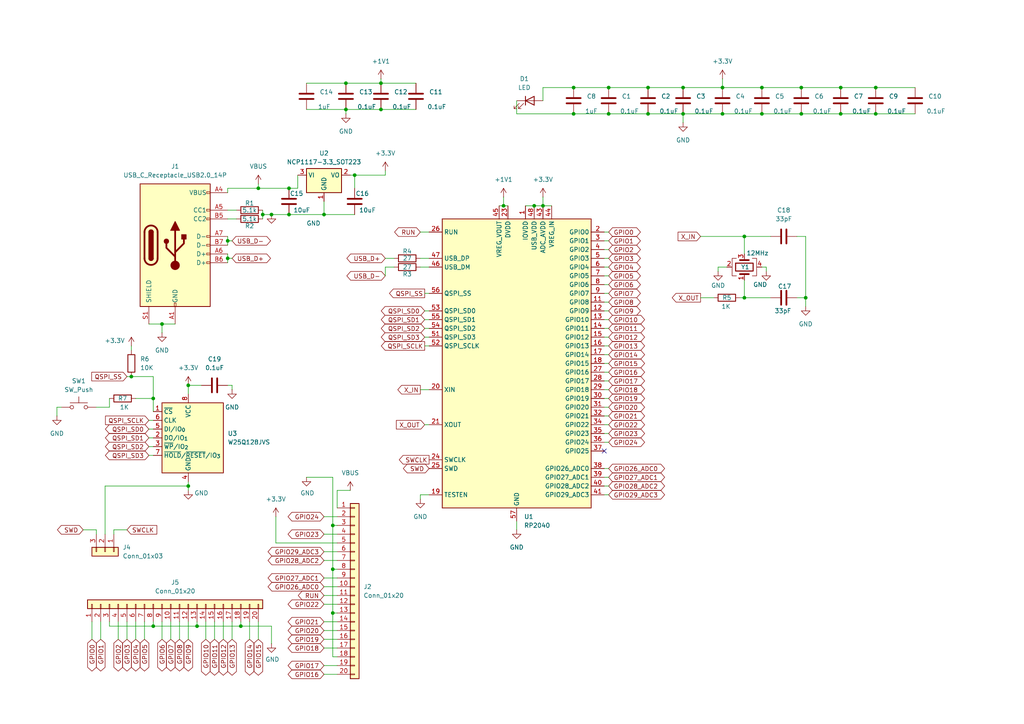
<source format=kicad_sch>
(kicad_sch (version 20250114) (generator "eeschema") (generator_version "9.0")
  (paper "A4")
  (lib_symbols
    (symbol "Connector:USB_C_Receptacle_USB2.0_14P" (pin_names (offset 1.016))
      (property "Reference" "J" (at 0 22.225 0))
      (property "Value" "USB_C_Receptacle_USB2.0_14P" (at 0 19.685 0))
      (symbol "USB_C_Receptacle_USB2.0_14P_1_1"
        (pin passive line (at -7.62 -22.86 90) (length 5.08) (name "SHIELD") (number "S1"))
        (pin passive line (at 0 -22.86 90) (length 5.08) (name "GND") (number "A1"))
        (pin passive line (at 0 -22.86 90) (length 5.08) (hide yes) (name "GND") (number "A12"))
        (pin passive line (at 0 -22.86 90) (length 5.08) (hide yes) (name "GND") (number "B1"))
        (pin passive line (at 0 -22.86 90) (length 5.08) (hide yes) (name "GND") (number "B12"))
        (pin passive line (at 15.24 15.24 180) (length 5.08) (name "VBUS") (number "A4"))
        (pin passive line (at 15.24 15.24 180) (length 5.08) (hide yes) (name "VBUS") (number "A9"))
        (pin passive line (at 15.24 15.24 180) (length 5.08) (hide yes) (name "VBUS") (number "B4"))
        (pin passive line (at 15.24 15.24 180) (length 5.08) (hide yes) (name "VBUS") (number "B9"))
        (pin bidirectional line (at 15.24 10.16 180) (length 5.08) (name "CC1") (number "A5"))
        (pin bidirectional line (at 15.24 7.62 180) (length 5.08) (name "CC2") (number "B5"))
        (pin bidirectional line (at 15.24 2.54 180) (length 5.08) (name "D-") (number "A7"))
        (pin bidirectional line (at 15.24 0 180) (length 5.08) (name "D-") (number "B7"))
        (pin bidirectional line (at 15.24 -2.54 180) (length 5.08) (name "D+") (number "A6"))
        (pin bidirectional line (at 15.24 -5.08 180) (length 5.08) (name "D+") (number "B6"))
      )
    )
    (symbol "Connector_Generic:Conn_01x03" (pin_names (offset 1.016) (hide yes))
      (property "Reference" "J" (at 0 5.08 0))
      (property "Value" "Conn_01x03" (at 0 -5.08 0))
      (symbol "Conn_01x03_1_1"
        (pin passive line (at -5.08 2.54 0) (length 3.81) (name "Pin_1") (number "1"))
        (pin passive line (at -5.08 0 0) (length 3.81) (name "Pin_2") (number "2"))
        (pin passive line (at -5.08 -2.54 0) (length 3.81) (name "Pin_3") (number "3"))
      )
    )
    (symbol "Connector_Generic:Conn_01x20" (pin_names (offset 1.016) (hide yes))
      (property "Reference" "J" (at 0 25.4 0))
      (property "Value" "Conn_01x20" (at 0 -27.94 0))
      (symbol "Conn_01x20_1_1"
        (pin passive line (at -5.08 22.86 0) (length 3.81) (name "Pin_1") (number "1"))
        (pin passive line (at -5.08 20.32 0) (length 3.81) (name "Pin_2") (number "2"))
        (pin passive line (at -5.08 17.78 0) (length 3.81) (name "Pin_3") (number "3"))
        (pin passive line (at -5.08 15.24 0) (length 3.81) (name "Pin_4") (number "4"))
        (pin passive line (at -5.08 12.7 0) (length 3.81) (name "Pin_5") (number "5"))
        (pin passive line (at -5.08 10.16 0) (length 3.81) (name "Pin_6") (number "6"))
        (pin passive line (at -5.08 7.62 0) (length 3.81) (name "Pin_7") (number "7"))
        (pin passive line (at -5.08 5.08 0) (length 3.81) (name "Pin_8") (number "8"))
        (pin passive line (at -5.08 2.54 0) (length 3.81) (name "Pin_9") (number "9"))
        (pin passive line (at -5.08 0 0) (length 3.81) (name "Pin_10") (number "10"))
        (pin passive line (at -5.08 -2.54 0) (length 3.81) (name "Pin_11") (number "11"))
        (pin passive line (at -5.08 -5.08 0) (length 3.81) (name "Pin_12") (number "12"))
        (pin passive line (at -5.08 -7.62 0) (length 3.81) (name "Pin_13") (number "13"))
        (pin passive line (at -5.08 -10.16 0) (length 3.81) (name "Pin_14") (number "14"))
        (pin passive line (at -5.08 -12.7 0) (length 3.81) (name "Pin_15") (number "15"))
        (pin passive line (at -5.08 -15.24 0) (length 3.81) (name "Pin_16") (number "16"))
        (pin passive line (at -5.08 -17.78 0) (length 3.81) (name "Pin_17") (number "17"))
        (pin passive line (at -5.08 -20.32 0) (length 3.81) (name "Pin_18") (number "18"))
        (pin passive line (at -5.08 -22.86 0) (length 3.81) (name "Pin_19") (number "19"))
        (pin passive line (at -5.08 -25.4 0) (length 3.81) (name "Pin_20") (number "20"))
      )
    )
    (symbol "Device:C" (pin_numbers (hide yes)) (pin_names (offset 0.254))
      (property "Reference" "C" (at 0.635 2.54 0))
      (property "Value" "C" (at 0.635 -2.54 0))
      (symbol "C_1_1"
        (pin passive line (at 0 3.81 270) (length 2.794) (name "~") (number "1"))
        (pin passive line (at 0 -3.81 90) (length 2.794) (name "~") (number "2"))
      )
    )
    (symbol "Device:Crystal_GND24" (pin_names (offset 1.016) (hide yes))
      (property "Reference" "Y" (at 3.175 5.08 0))
      (property "Value" "Crystal_GND24" (at 3.175 3.175 0))
      (symbol "Crystal_GND24_1_1"
        (pin passive line (at -3.81 0 0) (length 1.27) (name "1") (number "1"))
        (pin passive line (at 0 5.08 270) (length 1.27) (name "2") (number "2"))
        (pin passive line (at 0 -5.08 90) (length 1.27) (name "4") (number "4"))
        (pin passive line (at 3.81 0 180) (length 1.27) (name "3") (number "3"))
      )
    )
    (symbol "Device:LED" (pin_numbers (hide yes)) (pin_names (offset 1.016) (hide yes))
      (property "Reference" "D" (at 0 2.54 0))
      (property "Value" "LED" (at 0 -2.54 0))
      (symbol "LED_1_1"
        (pin passive line (at -3.81 0 0) (length 2.54) (name "K") (number "1"))
        (pin passive line (at 3.81 0 180) (length 2.54) (name "A") (number "2"))
      )
    )
    (symbol "Device:R" (pin_numbers (hide yes)) (pin_names (offset 0))
      (property "Reference" "R" (at 2.032 0 90))
      (property "Value" "R" (at 0 0 90))
      (symbol "R_1_1"
        (pin passive line (at 0 3.81 270) (length 1.27) (name "~") (number "1"))
        (pin passive line (at 0 -3.81 90) (length 1.27) (name "~") (number "2"))
      )
    )
    (symbol "MCU_RaspberryPi:RP2040"
      (property "Reference" "U" (at 17.78 45.72 0))
      (property "Value" "RP2040" (at 17.78 43.18 0))
      (symbol "RP2040_1_1"
        (pin input line (at -25.4 38.1 0) (length 3.81) (name "RUN") (number "26"))
        (pin bidirectional line (at -25.4 30.48 0) (length 3.81) (name "USB_DP") (number "47"))
        (pin bidirectional line (at -25.4 27.94 0) (length 3.81) (name "USB_DM") (number "46"))
        (pin bidirectional line (at -25.4 20.32 0) (length 3.81) (name "QSPI_SS") (number "56"))
        (pin bidirectional line (at -25.4 15.24 0) (length 3.81) (name "QSPI_SD0") (number "53"))
        (pin bidirectional line (at -25.4 12.7 0) (length 3.81) (name "QSPI_SD1") (number "55"))
        (pin bidirectional line (at -25.4 10.16 0) (length 3.81) (name "QSPI_SD2") (number "54"))
        (pin bidirectional line (at -25.4 7.62 0) (length 3.81) (name "QSPI_SD3") (number "51"))
        (pin output line (at -25.4 5.08 0) (length 3.81) (name "QSPI_SCLK") (number "52"))
        (pin input line (at -25.4 -7.62 0) (length 3.81) (name "XIN") (number "20"))
        (pin passive line (at -25.4 -17.78 0) (length 3.81) (name "XOUT") (number "21"))
        (pin input line (at -25.4 -27.94 0) (length 3.81) (name "SWCLK") (number "24"))
        (pin bidirectional line (at -25.4 -30.48 0) (length 3.81) (name "SWD") (number "25"))
        (pin input line (at -25.4 -38.1 0) (length 3.81) (name "TESTEN") (number "19"))
        (pin power_out line (at -5.08 45.72 270) (length 3.81) (name "VREG_VOUT") (number "45"))
        (pin power_in line (at -2.54 45.72 270) (length 3.81) (name "DVDD") (number "23"))
        (pin passive line (at -2.54 45.72 270) (length 3.81) (hide yes) (name "DVDD") (number "50"))
        (pin power_in line (at 0 -45.72 90) (length 3.81) (name "GND") (number "57"))
        (pin power_in line (at 2.54 45.72 270) (length 3.81) (name "IOVDD") (number "1"))
        (pin passive line (at 2.54 45.72 270) (length 3.81) (hide yes) (name "IOVDD") (number "10"))
        (pin passive line (at 2.54 45.72 270) (length 3.81) (hide yes) (name "IOVDD") (number "22"))
        (pin passive line (at 2.54 45.72 270) (length 3.81) (hide yes) (name "IOVDD") (number "33"))
        (pin passive line (at 2.54 45.72 270) (length 3.81) (hide yes) (name "IOVDD") (number "42"))
        (pin passive line (at 2.54 45.72 270) (length 3.81) (hide yes) (name "IOVDD") (number "49"))
        (pin power_in line (at 5.08 45.72 270) (length 3.81) (name "USB_VDD") (number "48"))
        (pin power_in line (at 7.62 45.72 270) (length 3.81) (name "ADC_AVDD") (number "43"))
        (pin power_in line (at 10.16 45.72 270) (length 3.81) (name "VREG_IN") (number "44"))
        (pin bidirectional line (at 25.4 38.1 180) (length 3.81) (name "GPIO0") (number "2"))
        (pin bidirectional line (at 25.4 35.56 180) (length 3.81) (name "GPIO1") (number "3"))
        (pin bidirectional line (at 25.4 33.02 180) (length 3.81) (name "GPIO2") (number "4"))
        (pin bidirectional line (at 25.4 30.48 180) (length 3.81) (name "GPIO3") (number "5"))
        (pin bidirectional line (at 25.4 27.94 180) (length 3.81) (name "GPIO4") (number "6"))
        (pin bidirectional line (at 25.4 25.4 180) (length 3.81) (name "GPIO5") (number "7"))
        (pin bidirectional line (at 25.4 22.86 180) (length 3.81) (name "GPIO6") (number "8"))
        (pin bidirectional line (at 25.4 20.32 180) (length 3.81) (name "GPIO7") (number "9"))
        (pin bidirectional line (at 25.4 17.78 180) (length 3.81) (name "GPIO8") (number "11"))
        (pin bidirectional line (at 25.4 15.24 180) (length 3.81) (name "GPIO9") (number "12"))
        (pin bidirectional line (at 25.4 12.7 180) (length 3.81) (name "GPIO10") (number "13"))
        (pin bidirectional line (at 25.4 10.16 180) (length 3.81) (name "GPIO11") (number "14"))
        (pin bidirectional line (at 25.4 7.62 180) (length 3.81) (name "GPIO12") (number "15"))
        (pin bidirectional line (at 25.4 5.08 180) (length 3.81) (name "GPIO13") (number "16"))
        (pin bidirectional line (at 25.4 2.54 180) (length 3.81) (name "GPIO14") (number "17"))
        (pin bidirectional line (at 25.4 0 180) (length 3.81) (name "GPIO15") (number "18"))
        (pin bidirectional line (at 25.4 -2.54 180) (length 3.81) (name "GPIO16") (number "27"))
        (pin bidirectional line (at 25.4 -5.08 180) (length 3.81) (name "GPIO17") (number "28"))
        (pin bidirectional line (at 25.4 -7.62 180) (length 3.81) (name "GPIO18") (number "29"))
        (pin bidirectional line (at 25.4 -10.16 180) (length 3.81) (name "GPIO19") (number "30"))
        (pin bidirectional line (at 25.4 -12.7 180) (length 3.81) (name "GPIO20") (number "31"))
        (pin bidirectional line (at 25.4 -15.24 180) (length 3.81) (name "GPIO21") (number "32"))
        (pin bidirectional line (at 25.4 -17.78 180) (length 3.81) (name "GPIO22") (number "34"))
        (pin bidirectional line (at 25.4 -20.32 180) (length 3.81) (name "GPIO23") (number "35"))
        (pin bidirectional line (at 25.4 -22.86 180) (length 3.81) (name "GPIO24") (number "36"))
        (pin bidirectional line (at 25.4 -25.4 180) (length 3.81) (name "GPIO25") (number "37"))
        (pin bidirectional line (at 25.4 -30.48 180) (length 3.81) (name "GPIO26_ADC0") (number "38"))
        (pin bidirectional line (at 25.4 -33.02 180) (length 3.81) (name "GPIO27_ADC1") (number "39"))
        (pin bidirectional line (at 25.4 -35.56 180) (length 3.81) (name "GPIO28_ADC2") (number "40"))
        (pin bidirectional line (at 25.4 -38.1 180) (length 3.81) (name "GPIO29_ADC3") (number "41"))
      )
    )
    (symbol "Memory_Flash:W25Q128JVS"
      (property "Reference" "U" (at -6.35 11.43 0))
      (property "Value" "W25Q128JVS" (at 7.62 11.43 0))
      (symbol "W25Q128JVS_1_1"
        (pin input line (at -10.16 7.62 0) (length 2.54) (name "~{CS}") (number "1"))
        (pin input line (at -10.16 5.08 0) (length 2.54) (name "CLK") (number "6"))
        (pin bidirectional line (at -10.16 2.54 0) (length 2.54) (name "DI/IO_{0}") (number "5"))
        (pin bidirectional line (at -10.16 0 0) (length 2.54) (name "DO/IO_{1}") (number "2"))
        (pin bidirectional line (at -10.16 -2.54 0) (length 2.54) (name "~{WP}/IO_{2}") (number "3"))
        (pin bidirectional line (at -10.16 -5.08 0) (length 2.54) (name "~{HOLD}/~{RESET}/IO_{3}") (number "7"))
        (pin power_in line (at 0 12.7 270) (length 2.54) (name "VCC") (number "8"))
        (pin power_in line (at 0 -12.7 90) (length 2.54) (name "GND") (number "4"))
      )
    )
    (symbol "Regulator_Linear:NCP1117-3.3_SOT223"
      (property "Reference" "U" (at -3.81 3.175 0))
      (property "Value" "NCP1117-3.3_SOT223" (at 0 3.175 0))
      (symbol "NCP1117-3.3_SOT223_1_1"
        (pin power_in line (at -7.62 0 0) (length 2.54) (name "VI") (number "3"))
        (pin power_in line (at 0 -7.62 90) (length 2.54) (name "GND") (number "1"))
        (pin power_out line (at 7.62 0 180) (length 2.54) (name "VO") (number "2"))
      )
    )
    (symbol "Switch:SW_Push" (pin_numbers (hide yes)) (pin_names (offset 1.016) (hide yes))
      (property "Reference" "SW" (at 1.27 2.54 0))
      (property "Value" "SW_Push" (at 0 -1.524 0))
      (symbol "SW_Push_0_1"
        (pin passive line (at -5.08 0 0) (length 2.54) (name "1") (number "1"))
        (pin passive line (at 5.08 0 180) (length 2.54) (name "2") (number "2"))
      )
    )
    (symbol "power:+1V1" (power) (pin_numbers (hide yes)) (pin_names (offset 0) (hide yes))
      (property "Value" "+1V1" (at 0 3.556 0))
      (symbol "+1V1_1_1"
        (pin power_in line (at 0 0 90) (length 0) (name "~") (number "1"))
      )
    )
    (symbol "power:+3.3V" (power) (pin_numbers (hide yes)) (pin_names (offset 0) (hide yes))
      (property "Value" "+3.3V" (at 0 3.556 0))
      (symbol "+3.3V_1_1"
        (pin power_in line (at 0 0 90) (length 0) (name "~") (number "1"))
      )
    )
    (symbol "power:GND" (power) (pin_numbers (hide yes)) (pin_names (offset 0) (hide yes))
      (property "Value" "GND" (at 0 -3.81 0))
      (symbol "GND_1_1"
        (pin power_in line (at 0 0 270) (length 0) (name "~") (number "1"))
      )
    )
    (symbol "power:VBUS" (power) (pin_numbers (hide yes)) (pin_names (offset 0) (hide yes))
      (property "Value" "VBUS" (at 0 3.556 0))
      (symbol "VBUS_1_1"
        (pin power_in line (at 0 0 90) (length 0) (name "~") (number "1"))
      )
    )
  )
  (junction (at 102.87 50.8))
  (junction (at 110.49 31.75))
  (junction (at 166.37 25.4))
  (junction (at 74.93 54.61))
  (junction (at 83.82 54.61))
  (junction (at 83.82 62.23))
  (junction (at 187.96 25.4))
  (junction (at 93.98 62.23))
  (junction (at 96.52 177.8))
  (junction (at 100.33 31.75))
  (junction (at 157.48 59.69))
  (junction (at 209.55 25.4))
  (junction (at 166.37 33.02))
  (junction (at 78.74 62.23))
  (junction (at 96.52 152.4))
  (junction (at 146.05 59.69))
  (junction (at 254 25.4))
  (junction (at 209.55 33.02))
  (junction (at 187.96 33.02))
  (junction (at 69.85 181.61))
  (junction (at 66.04 69.85))
  (junction (at 46.99 93.98))
  (junction (at 176.53 25.4))
  (junction (at 198.12 25.4))
  (junction (at 176.53 33.02))
  (junction (at 154.94 59.69))
  (junction (at 220.98 25.4))
  (junction (at 232.41 25.4))
  (junction (at 254 33.02))
  (junction (at 66.04 74.93))
  (junction (at 100.33 24.13))
  (junction (at 198.12 33.02))
  (junction (at 215.9 68.58))
  (junction (at 54.61 140.97))
  (junction (at 243.84 25.4))
  (junction (at 44.45 115.57))
  (junction (at 110.49 24.13))
  (junction (at 96.52 165.1))
  (junction (at 54.61 111.76))
  (junction (at 233.68 86.36))
  (junction (at 232.41 33.02))
  (junction (at 57.15 181.61))
  (junction (at 215.9 86.36))
  (junction (at 76.2 62.23))
  (junction (at 38.1 109.22))
  (junction (at 243.84 33.02))
  (junction (at 44.45 181.61))
  (junction (at 220.98 33.02))
  (no_connect (at 175.26 130.81))
  (wire (pts (xy 232.41 25.4) (xy 243.84 25.4)))
  (wire (pts (xy 198.12 25.4) (xy 209.55 25.4)))
  (wire (pts (xy 54.61 111.76) (xy 58.42 111.76)))
  (wire (pts (xy 34.29 180.34) (xy 34.29 185.42)))
  (wire (pts (xy 96.52 152.4) (xy 96.52 138.43)))
  (wire (pts (xy 93.98 170.18) (xy 97.79 170.18)))
  (wire (pts (xy 27.94 153.67) (xy 27.94 154.94)))
  (wire (pts (xy 67.31 113.03) (xy 67.31 111.76)))
  (wire (pts (xy 100.33 31.75) (xy 110.49 31.75)))
  (wire (pts (xy 166.37 33.02) (xy 176.53 33.02)))
  (wire (pts (xy 54.61 140.97) (xy 54.61 142.24)))
  (wire (pts (xy 74.93 180.34) (xy 74.93 185.42)))
  (wire (pts (xy 203.2 86.36) (xy 207.01 86.36)))
  (wire (pts (xy 80.01 157.48) (xy 80.01 149.86)))
  (wire (pts (xy 175.26 118.11) (xy 176.53 118.11)))
  (wire (pts (xy 123.19 123.19) (xy 124.46 123.19)))
  (wire (pts (xy 36.83 109.22) (xy 38.1 109.22)))
  (wire (pts (xy 220.98 33.02) (xy 232.41 33.02)))
  (wire (pts (xy 67.31 111.76) (xy 66.04 111.76)))
  (wire (pts (xy 96.52 138.43) (xy 88.9 138.43)))
  (wire (pts (xy 66.04 69.85) (xy 66.04 71.12)))
  (wire (pts (xy 232.41 33.02) (xy 243.84 33.02)))
  (wire (pts (xy 149.86 151.13) (xy 149.86 153.67)))
  (wire (pts (xy 54.61 111.76) (xy 54.61 114.3)))
  (wire (pts (xy 76.2 60.96) (xy 76.2 62.23)))
  (wire (pts (xy 198.12 33.02) (xy 198.12 35.56)))
  (wire (pts (xy 208.28 77.47) (xy 210.82 77.47)))
  (wire (pts (xy 30.48 154.94) (xy 30.48 140.97)))
  (wire (pts (xy 69.85 180.34) (xy 69.85 181.61)))
  (wire (pts (xy 203.2 68.58) (xy 215.9 68.58)))
  (wire (pts (xy 76.2 62.23) (xy 78.74 62.23)))
  (wire (pts (xy 16.51 118.11) (xy 17.78 118.11)))
  (wire (pts (xy 101.6 50.8) (xy 102.87 50.8)))
  (wire (pts (xy 175.26 143.51) (xy 176.53 143.51)))
  (wire (pts (xy 146.05 59.69) (xy 147.32 59.69)))
  (wire (pts (xy 30.48 140.97) (xy 54.61 140.97)))
  (wire (pts (xy 100.33 24.13) (xy 110.49 24.13)))
  (wire (pts (xy 66.04 60.96) (xy 68.58 60.96)))
  (wire (pts (xy 110.49 24.13) (xy 120.65 24.13)))
  (wire (pts (xy 66.04 63.5) (xy 68.58 63.5)))
  (wire (pts (xy 86.36 54.61) (xy 86.36 50.8)))
  (wire (pts (xy 175.26 138.43) (xy 176.53 138.43)))
  (wire (pts (xy 97.79 190.5) (xy 96.52 190.5)))
  (wire (pts (xy 31.75 181.61) (xy 44.45 181.61)))
  (wire (pts (xy 39.37 180.34) (xy 39.37 185.42)))
  (wire (pts (xy 24.13 153.67) (xy 27.94 153.67)))
  (wire (pts (xy 243.84 25.4) (xy 254 25.4)))
  (wire (pts (xy 83.82 54.61) (xy 86.36 54.61)))
  (wire (pts (xy 46.99 93.98) (xy 50.8 93.98)))
  (wire (pts (xy 97.79 142.24) (xy 101.6 142.24)))
  (wire (pts (xy 78.74 62.23) (xy 83.82 62.23)))
  (wire (pts (xy 157.48 57.15) (xy 157.48 59.69)))
  (wire (pts (xy 175.26 80.01) (xy 176.53 80.01)))
  (wire (pts (xy 209.55 25.4) (xy 220.98 25.4)))
  (wire (pts (xy 215.9 68.58) (xy 215.9 73.66)))
  (wire (pts (xy 67.31 180.34) (xy 67.31 185.42)))
  (wire (pts (xy 39.37 115.57) (xy 44.45 115.57)))
  (wire (pts (xy 146.05 57.15) (xy 146.05 59.69)))
  (wire (pts (xy 114.3 77.47) (xy 111.76 77.47)))
  (wire (pts (xy 44.45 181.61) (xy 57.15 181.61)))
  (wire (pts (xy 59.69 180.34) (xy 59.69 185.42)))
  (wire (pts (xy 175.26 90.17) (xy 176.53 90.17)))
  (wire (pts (xy 254 33.02) (xy 265.43 33.02)))
  (wire (pts (xy 175.26 107.95) (xy 176.53 107.95)))
  (wire (pts (xy 96.52 190.5) (xy 96.52 177.8)))
  (wire (pts (xy 154.94 59.69) (xy 157.48 59.69)))
  (wire (pts (xy 43.18 132.08) (xy 44.45 132.08)))
  (wire (pts (xy 215.9 86.36) (xy 214.63 86.36)))
  (wire (pts (xy 62.23 180.34) (xy 62.23 185.42)))
  (wire (pts (xy 96.52 152.4) (xy 97.79 152.4)))
  (wire (pts (xy 175.26 115.57) (xy 176.53 115.57)))
  (wire (pts (xy 175.26 87.63) (xy 176.53 87.63)))
  (wire (pts (xy 26.67 180.34) (xy 26.67 185.42)))
  (wire (pts (xy 175.26 135.89) (xy 176.53 135.89)))
  (wire (pts (xy 123.19 85.09) (xy 124.46 85.09)))
  (wire (pts (xy 121.92 67.31) (xy 124.46 67.31)))
  (wire (pts (xy 93.98 175.26) (xy 97.79 175.26)))
  (wire (pts (xy 96.52 165.1) (xy 96.52 152.4)))
  (wire (pts (xy 93.98 167.64) (xy 97.79 167.64)))
  (wire (pts (xy 222.25 78.74) (xy 222.25 77.47)))
  (wire (pts (xy 66.04 74.93) (xy 67.31 74.93)))
  (wire (pts (xy 76.2 62.23) (xy 76.2 63.5)))
  (wire (pts (xy 215.9 81.28) (xy 215.9 86.36)))
  (wire (pts (xy 176.53 33.02) (xy 187.96 33.02)))
  (wire (pts (xy 31.75 115.57) (xy 31.75 118.11)))
  (wire (pts (xy 175.26 85.09) (xy 176.53 85.09)))
  (wire (pts (xy 123.19 92.71) (xy 124.46 92.71)))
  (wire (pts (xy 16.51 120.65) (xy 16.51 118.11)))
  (wire (pts (xy 175.26 82.55) (xy 176.53 82.55)))
  (wire (pts (xy 215.9 68.58) (xy 223.52 68.58)))
  (wire (pts (xy 175.26 77.47) (xy 176.53 77.47)))
  (wire (pts (xy 175.26 102.87) (xy 176.53 102.87)))
  (wire (pts (xy 41.91 180.34) (xy 41.91 185.42)))
  (wire (pts (xy 74.93 53.34) (xy 74.93 54.61)))
  (wire (pts (xy 43.18 93.98) (xy 46.99 93.98)))
  (wire (pts (xy 43.18 129.54) (xy 44.45 129.54)))
  (wire (pts (xy 231.14 68.58) (xy 233.68 68.58)))
  (wire (pts (xy 111.76 77.47) (xy 111.76 80.01)))
  (wire (pts (xy 233.68 86.36) (xy 231.14 86.36)))
  (wire (pts (xy 49.53 180.34) (xy 49.53 185.42)))
  (wire (pts (xy 44.45 115.57) (xy 44.45 119.38)))
  (wire (pts (xy 121.92 77.47) (xy 124.46 77.47)))
  (wire (pts (xy 157.48 25.4) (xy 157.48 29.21)))
  (wire (pts (xy 222.25 77.47) (xy 220.98 77.47)))
  (wire (pts (xy 175.26 100.33) (xy 176.53 100.33)))
  (wire (pts (xy 175.26 105.41) (xy 176.53 105.41)))
  (wire (pts (xy 220.98 25.4) (xy 232.41 25.4)))
  (wire (pts (xy 93.98 162.56) (xy 97.79 162.56)))
  (wire (pts (xy 175.26 95.25) (xy 176.53 95.25)))
  (wire (pts (xy 93.98 58.42) (xy 93.98 62.23)))
  (wire (pts (xy 88.9 31.75) (xy 100.33 31.75)))
  (wire (pts (xy 123.19 90.17) (xy 124.46 90.17)))
  (wire (pts (xy 52.07 180.34) (xy 52.07 185.42)))
  (wire (pts (xy 54.61 139.7) (xy 54.61 140.97)))
  (wire (pts (xy 69.85 181.61) (xy 78.74 181.61)))
  (wire (pts (xy 74.93 54.61) (xy 83.82 54.61)))
  (wire (pts (xy 66.04 74.93) (xy 66.04 76.2)))
  (wire (pts (xy 93.98 182.88) (xy 97.79 182.88)))
  (wire (pts (xy 31.75 180.34) (xy 31.75 181.61)))
  (wire (pts (xy 31.75 118.11) (xy 27.94 118.11)))
  (wire (pts (xy 175.26 125.73) (xy 176.53 125.73)))
  (wire (pts (xy 123.19 97.79) (xy 124.46 97.79)))
  (wire (pts (xy 121.92 74.93) (xy 124.46 74.93)))
  (wire (pts (xy 93.98 185.42) (xy 97.79 185.42)))
  (wire (pts (xy 102.87 50.8) (xy 102.87 54.61)))
  (wire (pts (xy 97.79 157.48) (xy 80.01 157.48)))
  (wire (pts (xy 96.52 177.8) (xy 97.79 177.8)))
  (wire (pts (xy 44.45 109.22) (xy 44.45 115.57)))
  (wire (pts (xy 243.84 33.02) (xy 254 33.02)))
  (wire (pts (xy 175.26 74.93) (xy 176.53 74.93)))
  (wire (pts (xy 66.04 55.88) (xy 66.04 54.61)))
  (wire (pts (xy 93.98 160.02) (xy 97.79 160.02)))
  (wire (pts (xy 110.49 22.86) (xy 110.49 24.13)))
  (wire (pts (xy 175.26 120.65) (xy 176.53 120.65)))
  (wire (pts (xy 57.15 180.34) (xy 57.15 181.61)))
  (wire (pts (xy 209.55 22.86) (xy 209.55 25.4)))
  (wire (pts (xy 66.04 68.58) (xy 66.04 69.85)))
  (wire (pts (xy 121.92 143.51) (xy 121.92 144.78)))
  (wire (pts (xy 175.26 110.49) (xy 176.53 110.49)))
  (wire (pts (xy 83.82 62.23) (xy 93.98 62.23)))
  (wire (pts (xy 124.46 143.51) (xy 121.92 143.51)))
  (wire (pts (xy 93.98 149.86) (xy 97.79 149.86)))
  (wire (pts (xy 36.83 153.67) (xy 33.02 153.67)))
  (wire (pts (xy 38.1 109.22) (xy 44.45 109.22)))
  (wire (pts (xy 152.4 59.69) (xy 154.94 59.69)))
  (wire (pts (xy 64.77 180.34) (xy 64.77 185.42)))
  (wire (pts (xy 93.98 62.23) (xy 102.87 62.23)))
  (wire (pts (xy 88.9 24.13) (xy 100.33 24.13)))
  (wire (pts (xy 175.26 123.19) (xy 176.53 123.19)))
  (wire (pts (xy 254 25.4) (xy 265.43 25.4)))
  (wire (pts (xy 157.48 59.69) (xy 160.02 59.69)))
  (wire (pts (xy 72.39 180.34) (xy 72.39 185.42)))
  (wire (pts (xy 38.1 100.33) (xy 38.1 101.6)))
  (wire (pts (xy 29.21 180.34) (xy 29.21 185.42)))
  (wire (pts (xy 123.19 100.33) (xy 124.46 100.33)))
  (wire (pts (xy 93.98 154.94) (xy 97.79 154.94)))
  (wire (pts (xy 97.79 147.32) (xy 97.79 142.24)))
  (wire (pts (xy 102.87 50.8) (xy 111.76 50.8)))
  (wire (pts (xy 187.96 25.4) (xy 198.12 25.4)))
  (wire (pts (xy 66.04 73.66) (xy 66.04 74.93)))
  (wire (pts (xy 54.61 180.34) (xy 54.61 185.42)))
  (wire (pts (xy 93.98 180.34) (xy 97.79 180.34)))
  (wire (pts (xy 66.04 69.85) (xy 67.31 69.85)))
  (wire (pts (xy 208.28 78.74) (xy 208.28 77.47)))
  (wire (pts (xy 175.26 97.79) (xy 176.53 97.79)))
  (wire (pts (xy 175.26 140.97) (xy 176.53 140.97)))
  (wire (pts (xy 166.37 25.4) (xy 176.53 25.4)))
  (wire (pts (xy 144.78 59.69) (xy 146.05 59.69)))
  (wire (pts (xy 96.52 177.8) (xy 96.52 165.1)))
  (wire (pts (xy 93.98 193.04) (xy 97.79 193.04)))
  (wire (pts (xy 175.26 72.39) (xy 176.53 72.39)))
  (wire (pts (xy 175.26 128.27) (xy 176.53 128.27)))
  (wire (pts (xy 166.37 33.02) (xy 149.86 33.02)))
  (wire (pts (xy 111.76 74.93) (xy 114.3 74.93)))
  (wire (pts (xy 149.86 33.02) (xy 149.86 29.21)))
  (wire (pts (xy 43.18 127) (xy 44.45 127)))
  (wire (pts (xy 43.18 124.46) (xy 44.45 124.46)))
  (wire (pts (xy 123.19 95.25) (xy 124.46 95.25)))
  (wire (pts (xy 215.9 86.36) (xy 223.52 86.36)))
  (wire (pts (xy 57.15 181.61) (xy 69.85 181.61)))
  (wire (pts (xy 121.92 113.03) (xy 124.46 113.03)))
  (wire (pts (xy 209.55 33.02) (xy 220.98 33.02)))
  (wire (pts (xy 233.68 88.9) (xy 233.68 86.36)))
  (wire (pts (xy 187.96 33.02) (xy 198.12 33.02)))
  (wire (pts (xy 78.74 181.61) (xy 78.74 186.69)))
  (wire (pts (xy 176.53 25.4) (xy 187.96 25.4)))
  (wire (pts (xy 93.98 172.72) (xy 97.79 172.72)))
  (wire (pts (xy 110.49 31.75) (xy 120.65 31.75)))
  (wire (pts (xy 233.68 68.58) (xy 233.68 86.36)))
  (wire (pts (xy 175.26 67.31) (xy 176.53 67.31)))
  (wire (pts (xy 166.37 25.4) (xy 157.48 25.4)))
  (wire (pts (xy 66.04 54.61) (xy 74.93 54.61)))
  (wire (pts (xy 33.02 153.67) (xy 33.02 154.94)))
  (wire (pts (xy 46.99 93.98) (xy 46.99 96.52)))
  (wire (pts (xy 44.45 180.34) (xy 44.45 181.61)))
  (wire (pts (xy 93.98 195.58) (xy 97.79 195.58)))
  (wire (pts (xy 96.52 165.1) (xy 97.79 165.1)))
  (wire (pts (xy 36.83 180.34) (xy 36.83 185.42)))
  (wire (pts (xy 93.98 187.96) (xy 97.79 187.96)))
  (wire (pts (xy 111.76 50.8) (xy 111.76 49.53)))
  (wire (pts (xy 175.26 92.71) (xy 176.53 92.71)))
  (wire (pts (xy 100.33 31.75) (xy 100.33 33.02)))
  (wire (pts (xy 175.26 69.85) (xy 176.53 69.85)))
  (wire (pts (xy 46.99 180.34) (xy 46.99 185.42)))
  (wire (pts (xy 198.12 33.02) (xy 209.55 33.02)))
  (wire (pts (xy 175.26 113.03) (xy 176.53 113.03)))
  (wire (pts (xy 43.18 121.92) (xy 44.45 121.92)))
  (global_label "QSPI_SCLK" (shape input) (at 43.18 121.92 180) (property "Intersheetrefs" "${INTERSHEET_REFS}" (effects (hide yes))))
  (global_label "GPIO19" (shape bidirectional) (at 176.53 115.57 0) (property "Intersheetrefs" "${INTERSHEET_REFS}" (effects (hide yes))))
  (global_label "GPIO19" (shape bidirectional) (at 93.98 185.42 180) (property "Intersheetrefs" "${INTERSHEET_REFS}" (effects (hide yes))))
  (global_label "GPIO13" (shape bidirectional) (at 67.31 185.42 270) (property "Intersheetrefs" "${INTERSHEET_REFS}" (effects (hide yes))))
  (global_label "GPIO26_ADC0" (shape bidirectional) (at 176.53 135.89 0) (property "Intersheetrefs" "${INTERSHEET_REFS}" (effects (hide yes))))
  (global_label "GPIO28_ADC2" (shape bidirectional) (at 176.53 140.97 0) (property "Intersheetrefs" "${INTERSHEET_REFS}" (effects (hide yes))))
  (global_label "GPIO21" (shape bidirectional) (at 93.98 180.34 180) (property "Intersheetrefs" "${INTERSHEET_REFS}" (effects (hide yes))))
  (global_label "GPIO14" (shape bidirectional) (at 72.39 185.42 270) (property "Intersheetrefs" "${INTERSHEET_REFS}" (effects (hide yes))))
  (global_label "USB_D+" (shape bidirectional) (at 111.76 74.93 180) (property "Intersheetrefs" "${INTERSHEET_REFS}" (effects (hide yes))))
  (global_label "GPIO11" (shape bidirectional) (at 176.53 95.25 0) (property "Intersheetrefs" "${INTERSHEET_REFS}" (effects (hide yes))))
  (global_label "GPIO10" (shape bidirectional) (at 176.53 92.71 0) (property "Intersheetrefs" "${INTERSHEET_REFS}" (effects (hide yes))))
  (global_label "GPIO22" (shape bidirectional) (at 176.53 123.19 0) (property "Intersheetrefs" "${INTERSHEET_REFS}" (effects (hide yes))))
  (global_label "GPIO20" (shape bidirectional) (at 176.53 118.11 0) (property "Intersheetrefs" "${INTERSHEET_REFS}" (effects (hide yes))))
  (global_label "GPIO22" (shape bidirectional) (at 93.98 175.26 180) (property "Intersheetrefs" "${INTERSHEET_REFS}" (effects (hide yes))))
  (global_label "QSPI_SCLK" (shape output) (at 123.19 100.33 180) (property "Intersheetrefs" "${INTERSHEET_REFS}" (effects (hide yes))))
  (global_label "QSPI_SD2" (shape bidirectional) (at 43.18 129.54 180) (property "Intersheetrefs" "${INTERSHEET_REFS}" (effects (hide yes))))
  (global_label "QSPI_SD3" (shape bidirectional) (at 43.18 132.08 180) (property "Intersheetrefs" "${INTERSHEET_REFS}" (effects (hide yes))))
  (global_label "QSPI_SD0" (shape bidirectional) (at 123.19 90.17 180) (property "Intersheetrefs" "${INTERSHEET_REFS}" (effects (hide yes))))
  (global_label "GPIO7" (shape bidirectional) (at 49.53 185.42 270) (property "Intersheetrefs" "${INTERSHEET_REFS}" (effects (hide yes))))
  (global_label "GPIO4" (shape bidirectional) (at 176.53 77.47 0) (property "Intersheetrefs" "${INTERSHEET_REFS}" (effects (hide yes))))
  (global_label "GPIO11" (shape bidirectional) (at 62.23 185.42 270) (property "Intersheetrefs" "${INTERSHEET_REFS}" (effects (hide yes))))
  (global_label "GPIO13" (shape bidirectional) (at 176.53 100.33 0) (property "Intersheetrefs" "${INTERSHEET_REFS}" (effects (hide yes))))
  (global_label "SWCLK" (shape input) (at 36.83 153.67 0) (property "Intersheetrefs" "${INTERSHEET_REFS}" (effects (hide yes))))
  (global_label "USB_D-" (shape bidirectional) (at 111.76 80.01 180) (property "Intersheetrefs" "${INTERSHEET_REFS}" (effects (hide yes))))
  (global_label "GPIO7" (shape bidirectional) (at 176.53 85.09 0) (property "Intersheetrefs" "${INTERSHEET_REFS}" (effects (hide yes))))
  (global_label "GPIO14" (shape bidirectional) (at 176.53 102.87 0) (property "Intersheetrefs" "${INTERSHEET_REFS}" (effects (hide yes))))
  (global_label "GPIO0" (shape bidirectional) (at 26.67 185.42 270) (property "Intersheetrefs" "${INTERSHEET_REFS}" (effects (hide yes))))
  (global_label "GPIO24" (shape bidirectional) (at 176.53 128.27 0) (property "Intersheetrefs" "${INTERSHEET_REFS}" (effects (hide yes))))
  (global_label "GPIO4" (shape bidirectional) (at 39.37 185.42 270) (property "Intersheetrefs" "${INTERSHEET_REFS}" (effects (hide yes))))
  (global_label "GPIO18" (shape bidirectional) (at 93.98 187.96 180) (property "Intersheetrefs" "${INTERSHEET_REFS}" (effects (hide yes))))
  (global_label "QSPI_SD0" (shape bidirectional) (at 43.18 124.46 180) (property "Intersheetrefs" "${INTERSHEET_REFS}" (effects (hide yes))))
  (global_label "GPIO18" (shape bidirectional) (at 176.53 113.03 0) (property "Intersheetrefs" "${INTERSHEET_REFS}" (effects (hide yes))))
  (global_label "GPIO2" (shape bidirectional) (at 176.53 72.39 0) (property "Intersheetrefs" "${INTERSHEET_REFS}" (effects (hide yes))))
  (global_label "GPIO3" (shape bidirectional) (at 36.83 185.42 270) (property "Intersheetrefs" "${INTERSHEET_REFS}" (effects (hide yes))))
  (global_label "GPIO27_ADC1" (shape bidirectional) (at 93.98 167.64 180) (property "Intersheetrefs" "${INTERSHEET_REFS}" (effects (hide yes))))
  (global_label "SWCLK" (shape output) (at 124.46 133.35 180) (property "Intersheetrefs" "${INTERSHEET_REFS}" (effects (hide yes))))
  (global_label "GPIO16" (shape bidirectional) (at 176.53 107.95 0) (property "Intersheetrefs" "${INTERSHEET_REFS}" (effects (hide yes))))
  (global_label "QSPI_SD2" (shape bidirectional) (at 123.19 95.25 180) (property "Intersheetrefs" "${INTERSHEET_REFS}" (effects (hide yes))))
  (global_label "GPIO5" (shape bidirectional) (at 41.91 185.42 270) (property "Intersheetrefs" "${INTERSHEET_REFS}" (effects (hide yes))))
  (global_label "GPIO17" (shape bidirectional) (at 176.53 110.49 0) (property "Intersheetrefs" "${INTERSHEET_REFS}" (effects (hide yes))))
  (global_label "GPIO6" (shape bidirectional) (at 46.99 185.42 270) (property "Intersheetrefs" "${INTERSHEET_REFS}" (effects (hide yes))))
  (global_label "SWD" (shape bidirectional) (at 124.46 135.89 180) (property "Intersheetrefs" "${INTERSHEET_REFS}" (effects (hide yes))))
  (global_label "GPIO1" (shape bidirectional) (at 29.21 185.42 270) (property "Intersheetrefs" "${INTERSHEET_REFS}" (effects (hide yes))))
  (global_label "GPIO1" (shape bidirectional) (at 176.53 69.85 0) (property "Intersheetrefs" "${INTERSHEET_REFS}" (effects (hide yes))))
  (global_label "QSPI_SS" (shape input) (at 36.83 109.22 180) (property "Intersheetrefs" "${INTERSHEET_REFS}" (effects (hide yes))))
  (global_label "GPIO28_ADC2" (shape bidirectional) (at 93.98 162.56 180) (property "Intersheetrefs" "${INTERSHEET_REFS}" (effects (hide yes))))
  (global_label "GPIO12" (shape bidirectional) (at 176.53 97.79 0) (property "Intersheetrefs" "${INTERSHEET_REFS}" (effects (hide yes))))
  (global_label "X_IN" (shape input) (at 203.2 68.58 180) (property "Intersheetrefs" "${INTERSHEET_REFS}" (effects (hide yes))))
  (global_label "GPIO15" (shape bidirectional) (at 74.93 185.42 270) (property "Intersheetrefs" "${INTERSHEET_REFS}" (effects (hide yes))))
  (global_label "RUN" (shape bidirectional) (at 93.98 172.72 180) (property "Intersheetrefs" "${INTERSHEET_REFS}" (effects (hide yes))))
  (global_label "GPIO26_ADC0" (shape bidirectional) (at 93.98 170.18 180) (property "Intersheetrefs" "${INTERSHEET_REFS}" (effects (hide yes))))
  (global_label "X_IN" (shape output) (at 121.92 113.03 180) (property "Intersheetrefs" "${INTERSHEET_REFS}" (effects (hide yes))))
  (global_label "GPIO9" (shape bidirectional) (at 54.61 185.42 270) (property "Intersheetrefs" "${INTERSHEET_REFS}" (effects (hide yes))))
  (global_label "GPIO21" (shape bidirectional) (at 176.53 120.65 0) (property "Intersheetrefs" "${INTERSHEET_REFS}" (effects (hide yes))))
  (global_label "GPIO2" (shape bidirectional) (at 34.29 185.42 270) (property "Intersheetrefs" "${INTERSHEET_REFS}" (effects (hide yes))))
  (global_label "RUN" (shape bidirectional) (at 121.92 67.31 180) (property "Intersheetrefs" "${INTERSHEET_REFS}" (effects (hide yes))))
  (global_label "GPIO3" (shape bidirectional) (at 176.53 74.93 0) (property "Intersheetrefs" "${INTERSHEET_REFS}" (effects (hide yes))))
  (global_label "QSPI_SS" (shape output) (at 123.19 85.09 180) (property "Intersheetrefs" "${INTERSHEET_REFS}" (effects (hide yes))))
  (global_label "QSPI_SD3" (shape bidirectional) (at 123.19 97.79 180) (property "Intersheetrefs" "${INTERSHEET_REFS}" (effects (hide yes))))
  (global_label "X_OUT" (shape output) (at 203.2 86.36 180) (property "Intersheetrefs" "${INTERSHEET_REFS}" (effects (hide yes))))
  (global_label "GPIO12" (shape bidirectional) (at 64.77 185.42 270) (property "Intersheetrefs" "${INTERSHEET_REFS}" (effects (hide yes))))
  (global_label "GPIO9" (shape bidirectional) (at 176.53 90.17 0) (property "Intersheetrefs" "${INTERSHEET_REFS}" (effects (hide yes))))
  (global_label "GPIO16" (shape bidirectional) (at 93.98 195.58 180) (property "Intersheetrefs" "${INTERSHEET_REFS}" (effects (hide yes))))
  (global_label "GPIO29_ADC3" (shape bidirectional) (at 176.53 143.51 0) (property "Intersheetrefs" "${INTERSHEET_REFS}" (effects (hide yes))))
  (global_label "GPIO15" (shape bidirectional) (at 176.53 105.41 0) (property "Intersheetrefs" "${INTERSHEET_REFS}" (effects (hide yes))))
  (global_label "GPIO0" (shape bidirectional) (at 176.53 67.31 0) (property "Intersheetrefs" "${INTERSHEET_REFS}" (effects (hide yes))))
  (global_label "QSPI_SD1" (shape bidirectional) (at 123.19 92.71 180) (property "Intersheetrefs" "${INTERSHEET_REFS}" (effects (hide yes))))
  (global_label "GPIO23" (shape bidirectional) (at 93.98 154.94 180) (property "Intersheetrefs" "${INTERSHEET_REFS}" (effects (hide yes))))
  (global_label "GPIO5" (shape bidirectional) (at 176.53 80.01 0) (property "Intersheetrefs" "${INTERSHEET_REFS}" (effects (hide yes))))
  (global_label "GPIO6" (shape bidirectional) (at 176.53 82.55 0) (property "Intersheetrefs" "${INTERSHEET_REFS}" (effects (hide yes))))
  (global_label "GPIO23" (shape bidirectional) (at 176.53 125.73 0) (property "Intersheetrefs" "${INTERSHEET_REFS}" (effects (hide yes))))
  (global_label "GPIO8" (shape bidirectional) (at 176.53 87.63 0) (property "Intersheetrefs" "${INTERSHEET_REFS}" (effects (hide yes))))
  (global_label "X_OUT" (shape input) (at 123.19 123.19 180) (property "Intersheetrefs" "${INTERSHEET_REFS}" (effects (hide yes))))
  (global_label "GPIO8" (shape bidirectional) (at 52.07 185.42 270) (property "Intersheetrefs" "${INTERSHEET_REFS}" (effects (hide yes))))
  (global_label "SWD" (shape bidirectional) (at 24.13 153.67 180) (property "Intersheetrefs" "${INTERSHEET_REFS}" (effects (hide yes))))
  (global_label "USB_D+" (shape bidirectional) (at 67.31 74.93 0) (property "Intersheetrefs" "${INTERSHEET_REFS}" (effects (hide yes))))
  (global_label "GPIO20" (shape bidirectional) (at 93.98 182.88 180) (property "Intersheetrefs" "${INTERSHEET_REFS}" (effects (hide yes))))
  (global_label "GPIO17" (shape bidirectional) (at 93.98 193.04 180) (property "Intersheetrefs" "${INTERSHEET_REFS}" (effects (hide yes))))
  (global_label "GPIO29_ADC3" (shape bidirectional) (at 93.98 160.02 180) (property "Intersheetrefs" "${INTERSHEET_REFS}" (effects (hide yes))))
  (global_label "USB_D-" (shape bidirectional) (at 67.31 69.85 0) (property "Intersheetrefs" "${INTERSHEET_REFS}" (effects (hide yes))))
  (global_label "QSPI_SD1" (shape bidirectional) (at 43.18 127 180) (property "Intersheetrefs" "${INTERSHEET_REFS}" (effects (hide yes))))
  (global_label "GPIO27_ADC1" (shape bidirectional) (at 176.53 138.43 0) (property "Intersheetrefs" "${INTERSHEET_REFS}" (effects (hide yes))))
  (global_label "GPIO24" (shape bidirectional) (at 93.98 149.86 180) (property "Intersheetrefs" "${INTERSHEET_REFS}" (effects (hide yes))))
  (global_label "GPIO10" (shape bidirectional) (at 59.69 185.42 270) (property "Intersheetrefs" "${INTERSHEET_REFS}" (effects (hide yes))))
  (symbol (lib_id "Device:C") (at 102.87 58.42 0) (unit 1)
    (property "Reference" "C16" (at 103.124 56.134 0) (effects (justify left)))
    (property "Value" "10uF" (at 104.14 60.96 0) (effects (justify left)))
    (property "Footprint" "Capacitor_SMD:C_0603_1608Metric" (effects (hide yes)))
    (property "Description" "Unpolarized capacitor" (effects (hide yes)))
  )
  (symbol (lib_id "Connector:USB_C_Receptacle_USB2.0_14P") (at 50.8 71.12 0) (unit 1)
    (property "Reference" "J1" (at 50.8 48.26 0))
    (property "Value" "USB_C_Receptacle_USB2.0_14P" (at 50.8 50.8 0))
    (property "Footprint" "Connector_USB:USB_C_Receptacle_HRO_TYPE-C-31-M-12" (effects (hide yes)))
    (property "Datasheet" "https://www.usb.org/sites/default/files/documents/usb_type-c.zip" (effects (hide yes)))
    (property "Description" "USB 2.0-only 14P Type-C Receptacle connector" (effects (hide yes)))
  )
  (symbol (lib_id "power:GND") (at 46.99 96.52 0) (unit 1)
    (property "Reference" "#PWR07" (effects (hide yes)))
    (property "Value" "GND" (at 46.99 101.6 0))
    (property "Description" "Power symbol creates a global label with name \"GND\" , ground" (effects (hide yes)))
  )
  (symbol (lib_id "Device:C") (at 166.37 29.21 0) (unit 1)
    (property "Reference" "C8" (at 170.18 27.9399 0) (effects (justify left)))
    (property "Value" "1uF" (at 169.672 32.258 0) (effects (justify left)))
    (property "Footprint" "Capacitor_SMD:C_0402_1005Metric" (effects (hide yes)))
    (property "Description" "Unpolarized capacitor" (effects (hide yes)))
  )
  (symbol (lib_id "Device:C") (at 209.55 29.21 0) (unit 1)
    (property "Reference" "C4" (at 213.36 27.9399 0) (effects (justify left)))
    (property "Value" "0.1uF" (at 212.852 32.258 0) (effects (justify left)))
    (property "Footprint" "Capacitor_SMD:C_0402_1005Metric" (effects (hide yes)))
    (property "Description" "Unpolarized capacitor" (effects (hide yes)))
  )
  (symbol (lib_id "power:+3.3V") (at 38.1 100.33 0) (unit 1)
    (property "Reference" "#PWR017" (effects (hide yes)))
    (property "Value" "+3.3V" (at 33.274 98.806 0))
    (property "Description" "Power symbol creates a global label with name \"+3.3V\"" (effects (hide yes)))
  )
  (symbol (lib_id "Device:C") (at 120.65 27.94 0) (unit 1)
    (property "Reference" "C11" (at 124.46 26.6699 0) (effects (justify left)))
    (property "Value" "0.1uF" (at 123.952 30.988 0) (effects (justify left)))
    (property "Footprint" "Capacitor_SMD:C_0402_1005Metric" (effects (hide yes)))
    (property "Description" "Unpolarized capacitor" (effects (hide yes)))
  )
  (symbol (lib_id "power:GND") (at 121.92 144.78 0) (unit 1)
    (property "Reference" "#PWR019" (effects (hide yes)))
    (property "Value" "GND" (at 121.92 149.86 0))
    (property "Description" "Power symbol creates a global label with name \"GND\" , ground" (effects (hide yes)))
  )
  (symbol (lib_id "power:GND") (at 67.31 113.03 0) (unit 1)
    (property "Reference" "#PWR016" (effects (hide yes)))
    (property "Value" "GND" (at 67.31 118.11 0))
    (property "Description" "Power symbol creates a global label with name \"GND\" , ground" (effects (hide yes)))
  )
  (symbol (lib_id "power:+3.3V") (at 157.48 57.15 0) (unit 1)
    (property "Reference" "#PWR01" (effects (hide yes)))
    (property "Value" "+3.3V" (at 157.48 52.07 0))
    (property "Description" "Power symbol creates a global label with name \"+3.3V\"" (effects (hide yes)))
  )
  (symbol (lib_id "power:GND") (at 88.9 138.43 0) (unit 1)
    (property "Reference" "#PWR021" (effects (hide yes)))
    (property "Value" "GND" (at 89.154 143.002 0))
    (property "Description" "Power symbol creates a global label with name \"GND\" , ground" (effects (hide yes)))
  )
  (symbol (lib_id "Device:C") (at 232.41 29.21 0) (unit 1)
    (property "Reference" "C6" (at 236.22 27.9399 0) (effects (justify left)))
    (property "Value" "0.1uF" (at 235.712 32.258 0) (effects (justify left)))
    (property "Footprint" "Capacitor_SMD:C_0402_1005Metric" (effects (hide yes)))
    (property "Description" "Unpolarized capacitor" (effects (hide yes)))
  )
  (symbol (lib_id "Device:C") (at 254 29.21 0) (unit 1)
    (property "Reference" "C9" (at 257.81 27.9399 0) (effects (justify left)))
    (property "Value" "0.1uF" (at 257.302 32.258 0) (effects (justify left)))
    (property "Footprint" "Capacitor_SMD:C_0402_1005Metric" (effects (hide yes)))
    (property "Description" "Unpolarized capacitor" (effects (hide yes)))
  )
  (symbol (lib_id "Device:C") (at 198.12 29.21 0) (unit 1)
    (property "Reference" "C3" (at 201.93 27.9399 0) (effects (justify left)))
    (property "Value" "0.1uF" (at 201.422 32.258 0) (effects (justify left)))
    (property "Footprint" "Capacitor_SMD:C_0402_1005Metric" (effects (hide yes)))
    (property "Description" "Unpolarized capacitor" (effects (hide yes)))
  )
  (symbol (lib_id "power:VBUS") (at 74.93 53.34 0) (unit 1)
    (property "Reference" "#PWR010" (effects (hide yes)))
    (property "Value" "VBUS" (at 74.93 48.26 0))
    (property "Description" "Power symbol creates a global label with name \"VBUS\"" (effects (hide yes)))
  )
  (symbol (lib_id "Switch:SW_Push") (at 22.86 118.11 0) (unit 1)
    (property "Reference" "SW1" (at 22.86 110.49 0))
    (property "Value" "SW_Push" (at 22.86 113.03 0))
    (property "Footprint" "Button_Switch_SMD:SW_Push_SPST_NO_Alps_SKRK" (effects (hide yes)))
    (property "Description" "Push button switch, generic, two pins" (effects (hide yes)))
  )
  (symbol (lib_id "power:GND") (at 198.12 35.56 0) (unit 1)
    (property "Reference" "#PWR04" (effects (hide yes)))
    (property "Value" "GND" (at 198.12 40.64 0))
    (property "Description" "Power symbol creates a global label with name \"GND\" , ground" (effects (hide yes)))
  )
  (symbol (lib_id "Device:C") (at 110.49 27.94 0) (unit 1)
    (property "Reference" "C12" (at 114.3 26.6699 0) (effects (justify left)))
    (property "Value" "0.1uF" (at 113.792 30.988 0) (effects (justify left)))
    (property "Footprint" "Capacitor_SMD:C_0402_1005Metric" (effects (hide yes)))
    (property "Description" "Unpolarized capacitor" (effects (hide yes)))
  )
  (symbol (lib_id "power:GND") (at 149.86 153.67 0) (unit 1)
    (property "Reference" "#PWR024" (effects (hide yes)))
    (property "Value" "GND" (at 149.86 158.75 0))
    (property "Description" "Power symbol creates a global label with name \"GND\" , ground" (effects (hide yes)))
  )
  (symbol (lib_id "power:GND") (at 78.74 186.69 0) (unit 1)
    (property "Reference" "#PWR020" (effects (hide yes)))
    (property "Value" "GND" (at 78.994 191.262 0))
    (property "Description" "Power symbol creates a global label with name \"GND\" , ground" (effects (hide yes)))
  )
  (symbol (lib_id "Device:R") (at 72.39 63.5 90) (unit 1)
    (property "Reference" "R2" (at 72.39 65.532 90))
    (property "Value" "5.1k" (at 72.39 63.5 90))
    (property "Footprint" "Resistor_SMD:R_0402_1005Metric" (effects (hide yes)))
    (property "Description" "Resistor" (effects (hide yes)))
  )
  (symbol (lib_id "power:GND") (at 208.28 78.74 0) (unit 1)
    (property "Reference" "#PWR013" (effects (hide yes)))
    (property "Value" "GND" (at 208.28 82.804 0))
    (property "Description" "Power symbol creates a global label with name \"GND\" , ground" (effects (hide yes)))
  )
  (symbol (lib_id "power:+3.3V") (at 209.55 22.86 0) (unit 1)
    (property "Reference" "#PWR03" (effects (hide yes)))
    (property "Value" "+3.3V" (at 209.55 17.78 0))
    (property "Description" "Power symbol creates a global label with name \"+3.3V\"" (effects (hide yes)))
  )
  (symbol (lib_id "Device:C") (at 265.43 29.21 0) (unit 1)
    (property "Reference" "C10" (at 269.24 27.9399 0) (effects (justify left)))
    (property "Value" "0.1uF" (at 268.732 32.258 0) (effects (justify left)))
    (property "Footprint" "Capacitor_SMD:C_0402_1005Metric" (effects (hide yes)))
    (property "Description" "Unpolarized capacitor" (effects (hide yes)))
  )
  (symbol (lib_id "power:GND") (at 222.25 78.74 0) (unit 1)
    (property "Reference" "#PWR012" (effects (hide yes)))
    (property "Value" "GND" (at 220.472 82.55 0))
    (property "Description" "Power symbol creates a global label with name \"GND\" , ground" (effects (hide yes)))
  )
  (symbol (lib_id "power:+3.3V") (at 111.76 49.53 0) (unit 1)
    (property "Reference" "#PWR09" (effects (hide yes)))
    (property "Value" "+3.3V" (at 111.76 44.45 0))
    (property "Description" "Power symbol creates a global label with name \"+3.3V\"" (effects (hide yes)))
  )
  (symbol (lib_id "power:GND") (at 78.74 62.23 0) (unit 1)
    (property "Reference" "#PWR08" (effects (hide yes)))
    (property "Value" "GND" (at 90.932 64.77 0))
    (property "Description" "Power symbol creates a global label with name \"GND\" , ground" (effects (hide yes)))
  )
  (symbol (lib_id "Device:C") (at 220.98 29.21 0) (unit 1)
    (property "Reference" "C5" (at 224.79 27.9399 0) (effects (justify left)))
    (property "Value" "0.1uF" (at 224.282 32.258 0) (effects (justify left)))
    (property "Footprint" "Capacitor_SMD:C_0402_1005Metric" (effects (hide yes)))
    (property "Description" "Unpolarized capacitor" (effects (hide yes)))
  )
  (symbol (lib_id "Device:R") (at 38.1 105.41 0) (unit 1)
    (property "Reference" "R6" (at 40.64 104.1399 0) (effects (justify left)))
    (property "Value" "10K" (at 40.64 106.6799 0) (effects (justify left)))
    (property "Footprint" "Resistor_SMD:R_0402_1005Metric" (effects (hide yes)))
    (property "Description" "Resistor" (effects (hide yes)))
  )
  (symbol (lib_id "Device:R") (at 118.11 77.47 90) (unit 1)
    (property "Reference" "R3" (at 118.11 79.502 90))
    (property "Value" "27" (at 118.11 77.47 90))
    (property "Footprint" "Resistor_SMD:R_0402_1005Metric" (effects (hide yes)))
    (property "Description" "Resistor" (effects (hide yes)))
  )
  (symbol (lib_id "Device:R") (at 35.56 115.57 90) (unit 1)
    (property "Reference" "R7" (at 35.56 115.57 90))
    (property "Value" "1K" (at 36.068 118.11 90))
    (property "Footprint" "Resistor_SMD:R_0402_1005Metric" (effects (hide yes)))
    (property "Description" "Resistor" (effects (hide yes)))
  )
  (symbol (lib_id "power:+1V1") (at 146.05 57.15 0) (unit 1)
    (property "Reference" "#PWR02" (effects (hide yes)))
    (property "Value" "+1V1" (at 146.05 52.07 0))
    (property "Description" "Power symbol creates a global label with name \"+1V1\"" (effects (hide yes)))
  )
  (symbol (lib_id "Connector_Generic:Conn_01x20") (at 102.87 170.18 0) (unit 1)
    (property "Reference" "J2" (at 105.41 170.1799 0) (effects (justify left)))
    (property "Value" "Conn_01x20" (at 105.41 172.7199 0) (effects (justify left)))
    (property "Footprint" "Connector_PinHeader_2.54mm:PinHeader_1x20_P2.54mm_Vertical" (effects (hide yes)))
    (property "Description" "Generic connector, single row, 01x20, script generated (kicad-library-utils/schlib/autogen/connector/)" (effects (hide yes)))
  )
  (symbol (lib_id "MCU_RaspberryPi:RP2040") (at 149.86 105.41 0) (unit 1)
    (property "Reference" "U1" (at 152.0033 149.86 0) (effects (justify left)))
    (property "Value" "RP2040" (at 152.0033 152.4 0) (effects (justify left)))
    (property "Footprint" "Package_DFN_QFN:QFN-56-1EP_7x7mm_P0.4mm_EP3.2x3.2mm" (effects (hide yes)))
    (property "Datasheet" "https://datasheets.raspberrypi.com/rp2040/rp2040-datasheet.pdf" (effects (hide yes)))
    (property "Description" "A microcontroller by Raspberry Pi" (effects (hide yes)))
  )
  (symbol (lib_id "Device:R") (at 210.82 86.36 90) (unit 1)
    (property "Reference" "R5" (at 210.82 86.36 90))
    (property "Value" "1K" (at 210.566 88.9 90))
    (property "Footprint" "Resistor_SMD:R_0402_1005Metric" (effects (hide yes)))
    (property "Description" "Resistor" (effects (hide yes)))
  )
  (symbol (lib_id "Device:C") (at 243.84 29.21 0) (unit 1)
    (property "Reference" "C7" (at 247.65 27.9399 0) (effects (justify left)))
    (property "Value" "0.1uF" (at 247.142 32.258 0) (effects (justify left)))
    (property "Footprint" "Capacitor_SMD:C_0402_1005Metric" (effects (hide yes)))
    (property "Description" "Unpolarized capacitor" (effects (hide yes)))
  )
  (symbol (lib_id "power:+3.3V") (at 80.01 149.86 0) (unit 1)
    (property "Reference" "#PWR022" (effects (hide yes)))
    (property "Value" "+3.3V" (at 80.01 144.78 0))
    (property "Description" "Power symbol creates a global label with name \"+3.3V\"" (effects (hide yes)))
  )
  (symbol (lib_id "Device:C") (at 100.33 27.94 0) (unit 1)
    (property "Reference" "C13" (at 104.14 26.6699 0) (effects (justify left)))
    (property "Value" "0.1uF" (at 103.632 30.988 0) (effects (justify left)))
    (property "Footprint" "Capacitor_SMD:C_0402_1005Metric" (effects (hide yes)))
    (property "Description" "Unpolarized capacitor" (effects (hide yes)))
  )
  (symbol (lib_id "power:GND") (at 233.68 88.9 0) (unit 1)
    (property "Reference" "#PWR011" (effects (hide yes)))
    (property "Value" "GND" (at 233.68 93.98 0))
    (property "Description" "Power symbol creates a global label with name \"GND\" , ground" (effects (hide yes)))
  )
  (symbol (lib_id "Device:Crystal_GND24") (at 215.9 77.47 90) (unit 1)
    (property "Reference" "Y1" (at 216.154 77.47 90))
    (property "Value" "12MHz" (at 219.71 73.406 90))
    (property "Footprint" "Crystal:Crystal_SMD_3225-4Pin_3.2x2.5mm" (effects (hide yes)))
    (property "Description" "Four pin crystal, GND on pins 2 and 4" (effects (hide yes)))
  )
  (symbol (lib_id "power:+3.3V") (at 54.61 111.76 0) (unit 1)
    (property "Reference" "#PWR015" (effects (hide yes)))
    (property "Value" "+3.3V" (at 54.61 106.68 0))
    (property "Description" "Power symbol creates a global label with name \"+3.3V\"" (effects (hide yes)))
  )
  (symbol (lib_id "Device:C") (at 176.53 29.21 0) (unit 1)
    (property "Reference" "C1" (at 180.34 27.9399 0) (effects (justify left)))
    (property "Value" "0.1uF" (at 179.832 32.258 0) (effects (justify left)))
    (property "Footprint" "Capacitor_SMD:C_0402_1005Metric" (effects (hide yes)))
    (property "Description" "Unpolarized capacitor" (effects (hide yes)))
  )
  (symbol (lib_id "power:GND") (at 54.61 142.24 0) (unit 1)
    (property "Reference" "#PWR014" (effects (hide yes)))
    (property "Value" "GND" (at 58.42 143.002 0))
    (property "Description" "Power symbol creates a global label with name \"GND\" , ground" (effects (hide yes)))
  )
  (symbol (lib_id "Device:C") (at 187.96 29.21 0) (unit 1)
    (property "Reference" "C2" (at 191.77 27.9399 0) (effects (justify left)))
    (property "Value" "0.1uF" (at 191.262 32.258 0) (effects (justify left)))
    (property "Footprint" "Capacitor_SMD:C_0402_1005Metric" (effects (hide yes)))
    (property "Description" "Unpolarized capacitor" (effects (hide yes)))
  )
  (symbol (lib_id "Device:R") (at 72.39 60.96 90) (unit 1)
    (property "Reference" "R1" (at 72.39 58.928 90))
    (property "Value" "5.1k" (at 72.39 60.96 90))
    (property "Footprint" "Resistor_SMD:R_0402_1005Metric" (effects (hide yes)))
    (property "Description" "Resistor" (effects (hide yes)))
  )
  (symbol (lib_id "Connector_Generic:Conn_01x20") (at 49.53 175.26 90) (unit 1)
    (property "Reference" "J5" (at 50.8 168.91 90))
    (property "Value" "Conn_01x20" (at 50.8 171.45 90))
    (property "Footprint" "Connector_PinHeader_2.54mm:PinHeader_1x20_P2.54mm_Vertical" (effects (hide yes)))
    (property "Description" "Generic connector, single row, 01x20, script generated (kicad-library-utils/schlib/autogen/connector/)" (effects (hide yes)))
  )
  (symbol (lib_id "power:GND") (at 16.51 120.65 0) (unit 1)
    (property "Reference" "#PWR018" (effects (hide yes)))
    (property "Value" "GND" (at 16.51 125.73 0))
    (property "Description" "Power symbol creates a global label with name \"GND\" , ground" (effects (hide yes)))
  )
  (symbol (lib_id "Device:R") (at 118.11 74.93 90) (unit 1)
    (property "Reference" "R4" (at 118.11 72.898 90))
    (property "Value" "27" (at 118.11 74.93 90))
    (property "Footprint" "Resistor_SMD:R_0402_1005Metric" (effects (hide yes)))
    (property "Description" "Resistor" (effects (hide yes)))
  )
  (symbol (lib_id "Device:C") (at 227.33 86.36 90) (unit 1)
    (property "Reference" "C17" (at 227.584 83.058 90))
    (property "Value" "33pF" (at 227.076 90.17 90))
    (property "Footprint" "Capacitor_SMD:C_0402_1005Metric" (effects (hide yes)))
    (property "Description" "Unpolarized capacitor" (effects (hide yes)))
  )
  (symbol (lib_id "power:+1V1") (at 110.49 22.86 0) (unit 1)
    (property "Reference" "#PWR05" (effects (hide yes)))
    (property "Value" "+1V1" (at 110.49 17.78 0))
    (property "Description" "Power symbol creates a global label with name \"+1V1\"" (effects (hide yes)))
  )
  (symbol (lib_id "Device:LED") (at 153.67 29.21 0) (unit 1)
    (property "Reference" "D1" (at 152.0825 22.86 0))
    (property "Value" "LED" (at 152.0825 25.4 0))
    (property "Footprint" "LED_SMD:LED_PLCC-2_3x2mm_KA" (effects (hide yes)))
    (property "Description" "Light emitting diode" (effects (hide yes)))
    (property "Sim.Pins" "1=K 2=A" (effects (hide yes)))
  )
  (symbol (lib_id "Device:C") (at 227.33 68.58 90) (unit 1)
    (property "Reference" "C18" (at 227.33 60.96 90))
    (property "Value" "33pF" (at 227.33 63.5 90))
    (property "Footprint" "Capacitor_SMD:C_0402_1005Metric" (effects (hide yes)))
    (property "Description" "Unpolarized capacitor" (effects (hide yes)))
  )
  (symbol (lib_id "Regulator_Linear:NCP1117-3.3_SOT223") (at 93.98 50.8 0) (unit 1)
    (property "Reference" "U2" (at 93.98 44.45 0))
    (property "Value" "NCP1117-3.3_SOT223" (at 93.98 46.99 0))
    (property "Footprint" "Package_TO_SOT_SMD:SOT-223-3_TabPin2" (effects (hide yes)))
    (property "Datasheet" "http://www.onsemi.com/pub_link/Collateral/NCP1117-D.PDF" (effects (hide yes)))
    (property "Description" "1A Low drop-out regulator, Fixed Output 3.3V, SOT-223" (effects (hide yes)))
  )
  (symbol (lib_id "power:GND") (at 100.33 33.02 0) (unit 1)
    (property "Reference" "#PWR06" (effects (hide yes)))
    (property "Value" "GND" (at 100.33 38.1 0))
    (property "Description" "Power symbol creates a global label with name \"GND\" , ground" (effects (hide yes)))
  )
  (symbol (lib_id "Connector_Generic:Conn_01x03") (at 30.48 160.02 270) (unit 1)
    (property "Reference" "J4" (at 35.56 158.7499 90) (effects (justify left)))
    (property "Value" "Conn_01x03" (at 35.56 161.2899 90) (effects (justify left)))
    (property "Footprint" "Connector_PinHeader_2.54mm:PinHeader_1x03_P2.54mm_Vertical" (effects (hide yes)))
    (property "Description" "Generic connector, single row, 01x03, script generated (kicad-library-utils/schlib/autogen/connector/)" (effects (hide yes)))
  )
  (symbol (lib_id "power:VBUS") (at 101.6 142.24 0) (unit 1)
    (property "Reference" "#PWR023" (effects (hide yes)))
    (property "Value" "VBUS" (at 101.6 137.16 0))
    (property "Description" "Power symbol creates a global label with name \"VBUS\"" (effects (hide yes)))
  )
  (symbol (lib_id "Device:C") (at 83.82 58.42 0) (unit 1)
    (property "Reference" "C15" (at 84.074 56.134 0) (effects (justify left)))
    (property "Value" "10uF" (at 85.09 60.96 0) (effects (justify left)))
    (property "Footprint" "Capacitor_SMD:C_0603_1608Metric" (effects (hide yes)))
    (property "Description" "Unpolarized capacitor" (effects (hide yes)))
  )
  (symbol (lib_id "Device:C") (at 62.23 111.76 90) (unit 1)
    (property "Reference" "C19" (at 62.23 104.14 90))
    (property "Value" "0.1uF" (at 62.23 106.68 90))
    (property "Footprint" "Capacitor_SMD:C_0402_1005Metric" (effects (hide yes)))
    (property "Description" "Unpolarized capacitor" (effects (hide yes)))
  )
  (symbol (lib_id "Memory_Flash:W25Q128JVS") (at 54.61 127 0) (unit 1)
    (property "Reference" "U3" (at 66.04 125.7299 0) (effects (justify left)))
    (property "Value" "W25Q128JVS" (at 66.04 128.2699 0) (effects (justify left)))
    (property "Footprint" "Package_SO:SOIC-8_5.3x5.3mm_P1.27mm" (effects (hide yes)))
    (property "Datasheet" "https://www.winbond.com/resource-files/w25q128jv_dtr%20revc%2003272018%20plus.pdf" (effects (hide yes)))
    (property "Description" "128Mbit / 16MiB Serial Flash Memory, Standard/Dual/Quad SPI, 2.7-3.6V, SOIC-8" (effects (hide yes)))
  )
  (symbol (lib_id "Device:C") (at 88.9 27.94 0) (unit 1)
    (property "Reference" "C14" (at 92.71 26.6699 0) (effects (justify left)))
    (property "Value" "1uF" (at 92.202 30.988 0) (effects (justify left)))
    (property "Footprint" "Capacitor_SMD:C_0402_1005Metric" (effects (hide yes)))
    (property "Description" "Unpolarized capacitor" (effects (hide yes)))
  )
)
</source>
